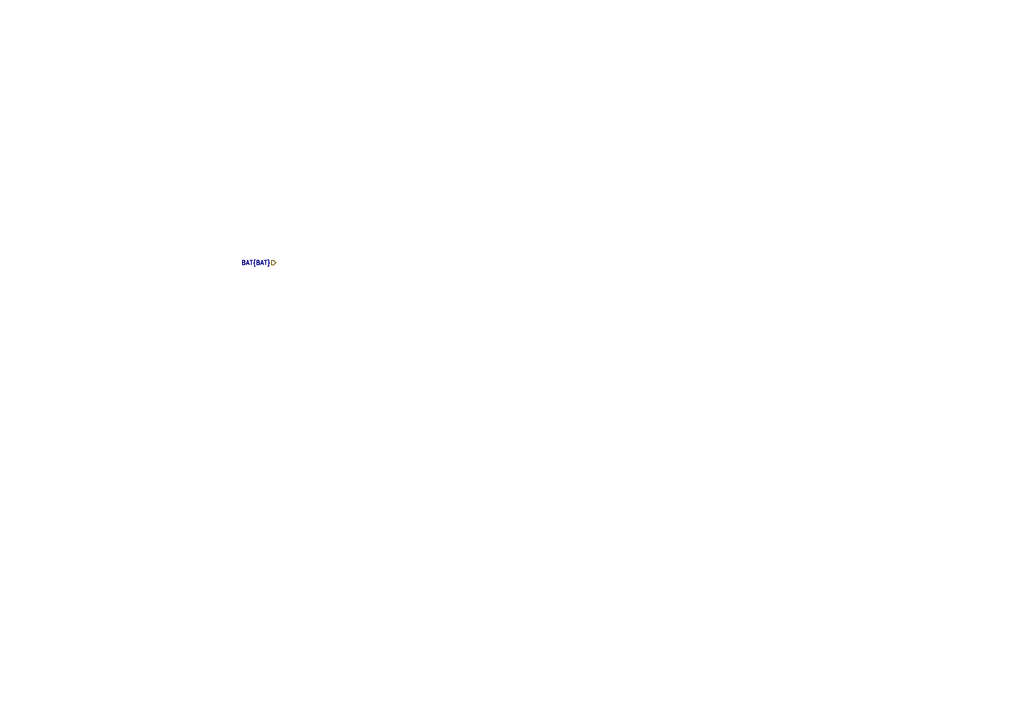
<source format=kicad_sch>
(kicad_sch
	(version 20250114)
	(generator "eeschema")
	(generator_version "9.0")
	(uuid "70f711b8-5217-41fc-8e12-c23ee3e5a605")
	(paper "A4")
	(lib_symbols)
	(hierarchical_label "BAT{BAT}"
		(shape input)
		(at 80.01 76.2 180)
		(effects
			(font
				(size 1.27 1.27)
				(bold yes)
			)
			(justify right)
		)
		(uuid "006f2680-5c2f-4fc6-b828-7a263d3dd623")
	)
)

</source>
